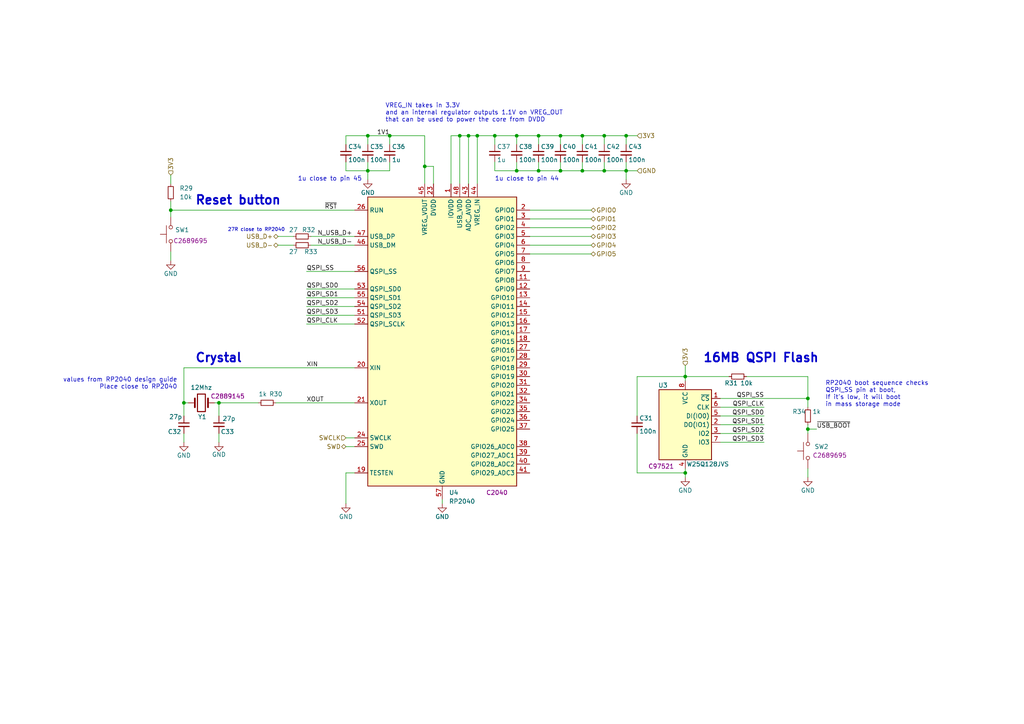
<source format=kicad_sch>
(kicad_sch (version 20230121) (generator eeschema)
  (paper "A4")
  (title_block (title "RP2040") (date "2023-09-03") (rev "0.1") (company "Jonas S."))
  (lib_symbols
    (symbol "Device:C_Small" (pin_numbers hide) (pin_names (offset 0.254) hide)
      (property "Reference" "C" (at 0.254 1.778 0))
      (property "Value" "C_Small" (at 0.254 -2.032 0))
      (symbol "C_Small_0_1"
        (polyline (pts (xy -1.524 -0.508) (xy 1.524 -0.508)) (stroke (width 0.3302)))
        (polyline (pts (xy -1.524 0.508) (xy 1.524 0.508)) (stroke (width 0.3048)))
      )
      (symbol "C_Small_1_1"
        (pin passive line (at 0 2.54 270) (length 2.032) (name "~") (number "1"))
        (pin passive line (at 0 -2.54 90) (length 2.032) (name "~") (number "2"))
      )
    )
    (symbol "Device:Crystal" (pin_numbers hide) (pin_names (offset 1.016) hide)
      (property "Reference" "Y" (at 0 3.81 0))
      (property "Value" "Crystal" (at 0 -3.81 0))
      (symbol "Crystal_0_1"
        (rectangle (start -1.143 2.54) (end 1.143 -2.54) (stroke (width 0.3048)))
        (polyline (pts (xy -2.54 0) (xy -1.905 0)))
        (polyline (pts (xy -1.905 -1.27) (xy -1.905 1.27)) (stroke (width 0.508)))
        (polyline (pts (xy 1.905 -1.27) (xy 1.905 1.27)) (stroke (width 0.508)))
        (polyline (pts (xy 2.54 0) (xy 1.905 0)))
      )
      (symbol "Crystal_1_1"
        (pin passive line (at -3.81 0 0) (length 1.27) (name "1") (number "1"))
        (pin passive line (at 3.81 0 180) (length 1.27) (name "2") (number "2"))
      )
    )
    (symbol "Device:R_Small" (pin_numbers hide) (pin_names (offset 0.254) hide)
      (property "Reference" "R" (at 0.762 0.508 0))
      (property "Value" "R_Small" (at 0.762 -1.016 0))
      (symbol "R_Small_0_1"
        (rectangle (start -0.762 1.778) (end 0.762 -1.778) (stroke (width 0.2032)))
      )
      (symbol "R_Small_1_1"
        (pin passive line (at 0 2.54 270) (length 0.762) (name "~") (number "1"))
        (pin passive line (at 0 -2.54 90) (length 0.762) (name "~") (number "2"))
      )
    )
    (symbol "MCU_RaspberryPi:RP2040"
      (property "Reference" "U" (at 17.78 45.72 0))
      (property "Value" "RP2040" (at 17.78 43.18 0))
      (symbol "RP2040_0_1"
        (rectangle (start -21.59 41.91) (end 21.59 -41.91) (stroke (width 0.254)) (fill (type background)))
      )
      (symbol "RP2040_1_1"
        (pin power_in line (at 2.54 45.72 270) (length 3.81) (name "IOVDD") (number "1"))
        (pin passive line (at 2.54 45.72 270) (length 3.81) hide (name "IOVDD") (number "10"))
        (pin bidirectional line (at 25.4 17.78 180) (length 3.81) (name "GPIO8") (number "11"))
        (pin bidirectional line (at 25.4 15.24 180) (length 3.81) (name "GPIO9") (number "12"))
        (pin bidirectional line (at 25.4 12.7 180) (length 3.81) (name "GPIO10") (number "13"))
        (pin bidirectional line (at 25.4 10.16 180) (length 3.81) (name "GPIO11") (number "14"))
        (pin bidirectional line (at 25.4 7.62 180) (length 3.81) (name "GPIO12") (number "15"))
        (pin bidirectional line (at 25.4 5.08 180) (length 3.81) (name "GPIO13") (number "16"))
        (pin bidirectional line (at 25.4 2.54 180) (length 3.81) (name "GPIO14") (number "17"))
        (pin bidirectional line (at 25.4 0 180) (length 3.81) (name "GPIO15") (number "18"))
        (pin input line (at -25.4 -38.1 0) (length 3.81) (name "TESTEN") (number "19"))
        (pin bidirectional line (at 25.4 38.1 180) (length 3.81) (name "GPIO0") (number "2"))
        (pin input line (at -25.4 -7.62 0) (length 3.81) (name "XIN") (number "20"))
        (pin passive line (at -25.4 -17.78 0) (length 3.81) (name "XOUT") (number "21"))
        (pin passive line (at 2.54 45.72 270) (length 3.81) hide (name "IOVDD") (number "22"))
        (pin power_in line (at -2.54 45.72 270) (length 3.81) (name "DVDD") (number "23"))
        (pin input line (at -25.4 -27.94 0) (length 3.81) (name "SWCLK") (number "24"))
        (pin bidirectional line (at -25.4 -30.48 0) (length 3.81) (name "SWD") (number "25"))
        (pin input line (at -25.4 38.1 0) (length 3.81) (name "RUN") (number "26"))
        (pin bidirectional line (at 25.4 -2.54 180) (length 3.81) (name "GPIO16") (number "27"))
        (pin bidirectional line (at 25.4 -5.08 180) (length 3.81) (name "GPIO17") (number "28"))
        (pin bidirectional line (at 25.4 -7.62 180) (length 3.81) (name "GPIO18") (number "29"))
        (pin bidirectional line (at 25.4 35.56 180) (length 3.81) (name "GPIO1") (number "3"))
        (pin bidirectional line (at 25.4 -10.16 180) (length 3.81) (name "GPIO19") (number "30"))
        (pin bidirectional line (at 25.4 -12.7 180) (length 3.81) (name "GPIO20") (number "31"))
        (pin bidirectional line (at 25.4 -15.24 180) (length 3.81) (name "GPIO21") (number "32"))
        (pin passive line (at 2.54 45.72 270) (length 3.81) hide (name "IOVDD") (number "33"))
        (pin bidirectional line (at 25.4 -17.78 180) (length 3.81) (name "GPIO22") (number "34"))
        (pin bidirectional line (at 25.4 -20.32 180) (length 3.81) (name "GPIO23") (number "35"))
        (pin bidirectional line (at 25.4 -22.86 180) (length 3.81) (name "GPIO24") (number "36"))
        (pin bidirectional line (at 25.4 -25.4 180) (length 3.81) (name "GPIO25") (number "37"))
        (pin bidirectional line (at 25.4 -30.48 180) (length 3.81) (name "GPIO26_ADC0") (number "38"))
        (pin bidirectional line (at 25.4 -33.02 180) (length 3.81) (name "GPIO27_ADC1") (number "39"))
        (pin bidirectional line (at 25.4 33.02 180) (length 3.81) (name "GPIO2") (number "4"))
        (pin bidirectional line (at 25.4 -35.56 180) (length 3.81) (name "GPIO28_ADC2") (number "40"))
        (pin bidirectional line (at 25.4 -38.1 180) (length 3.81) (name "GPIO29_ADC3") (number "41"))
        (pin passive line (at 2.54 45.72 270) (length 3.81) hide (name "IOVDD") (number "42"))
        (pin power_in line (at 7.62 45.72 270) (length 3.81) (name "ADC_AVDD") (number "43"))
        (pin power_in line (at 10.16 45.72 270) (length 3.81) (name "VREG_IN") (number "44"))
        (pin power_out line (at -5.08 45.72 270) (length 3.81) (name "VREG_VOUT") (number "45"))
        (pin bidirectional line (at -25.4 27.94 0) (length 3.81) (name "USB_DM") (number "46"))
        (pin bidirectional line (at -25.4 30.48 0) (length 3.81) (name "USB_DP") (number "47"))
        (pin power_in line (at 5.08 45.72 270) (length 3.81) (name "USB_VDD") (number "48"))
        (pin passive line (at 2.54 45.72 270) (length 3.81) hide (name "IOVDD") (number "49"))
        (pin bidirectional line (at 25.4 30.48 180) (length 3.81) (name "GPIO3") (number "5"))
        (pin passive line (at -2.54 45.72 270) (length 3.81) hide (name "DVDD") (number "50"))
        (pin bidirectional line (at -25.4 7.62 0) (length 3.81) (name "QSPI_SD3") (number "51"))
        (pin output line (at -25.4 5.08 0) (length 3.81) (name "QSPI_SCLK") (number "52"))
        (pin bidirectional line (at -25.4 15.24 0) (length 3.81) (name "QSPI_SD0") (number "53"))
        (pin bidirectional line (at -25.4 10.16 0) (length 3.81) (name "QSPI_SD2") (number "54"))
        (pin bidirectional line (at -25.4 12.7 0) (length 3.81) (name "QSPI_SD1") (number "55"))
        (pin bidirectional line (at -25.4 20.32 0) (length 3.81) (name "QSPI_SS") (number "56"))
        (pin power_in line (at 0 -45.72 90) (length 3.81) (name "GND") (number "57"))
        (pin bidirectional line (at 25.4 27.94 180) (length 3.81) (name "GPIO4") (number "6"))
        (pin bidirectional line (at 25.4 25.4 180) (length 3.81) (name "GPIO5") (number "7"))
        (pin bidirectional line (at 25.4 22.86 180) (length 3.81) (name "GPIO6") (number "8"))
        (pin bidirectional line (at 25.4 20.32 180) (length 3.81) (name "GPIO7") (number "9"))
      )
    )
    (symbol "Memory_Flash:W25Q128JVS"
      (property "Reference" "U" (at -8.89 8.89 0))
      (property "Value" "W25Q128JVS" (at 7.62 8.89 0))
      (symbol "W25Q128JVS_0_1"
        (rectangle (start -7.62 10.16) (end 7.62 -10.16) (stroke (width 0.254)) (fill (type background)))
      )
      (symbol "W25Q128JVS_1_1"
        (pin input line (at -10.16 7.62 0) (length 2.54) (name "~{CS}") (number "1"))
        (pin bidirectional line (at -10.16 0 0) (length 2.54) (name "DO(IO1)") (number "2"))
        (pin bidirectional line (at -10.16 -2.54 0) (length 2.54) (name "IO2") (number "3"))
        (pin power_in line (at 0 -12.7 90) (length 2.54) (name "GND") (number "4"))
        (pin bidirectional line (at -10.16 2.54 0) (length 2.54) (name "DI(IO0)") (number "5"))
        (pin input line (at -10.16 5.08 0) (length 2.54) (name "CLK") (number "6"))
        (pin bidirectional line (at -10.16 -5.08 0) (length 2.54) (name "IO3") (number "7"))
        (pin power_in line (at 0 12.7 270) (length 2.54) (name "VCC") (number "8"))
      )
    )
    (symbol "Switch:SW_Push" (pin_numbers hide) (pin_names (offset 1.016) hide)
      (property "Reference" "SW" (at 1.27 2.54 0))
      (property "Value" "SW_Push" (at 0 -1.524 0))
      (symbol "SW_Push_0_1"
        (circle (center -2.032 0) (radius 0.508))
        (polyline (pts (xy 0 1.27) (xy 0 3.048)))
        (polyline (pts (xy 2.54 1.27) (xy -2.54 1.27)))
        (circle (center 2.032 0) (radius 0.508))
        (pin passive line (at -5.08 0 0) (length 2.54) (name "1") (number "1"))
        (pin passive line (at 5.08 0 180) (length 2.54) (name "2") (number "2"))
      )
    )
    (symbol "power:GND" (power) (pin_names (offset 0))
      (property "Value" "GND" (at 0 -3.81 0))
      (symbol "GND_0_1"
        (polyline (pts (xy 0 0) (xy 0 -1.27) (xy 1.27 -1.27) (xy 0 -2.54) (xy -1.27 -1.27) (xy 0 -1.27)))
      )
      (symbol "GND_1_1"
        (pin power_in line (at 0 0 270) (length 0) hide (name "GND") (number "1"))
      )
    )
  )
  (junction (at 106.68 39.37))
  (junction (at 181.61 39.37))
  (junction (at 135.89 39.37))
  (junction (at 198.755 109.22))
  (junction (at 138.43 39.37))
  (junction (at 234.315 115.57))
  (junction (at 162.56 49.53))
  (junction (at 149.86 49.53))
  (junction (at 133.35 39.37))
  (junction (at 168.91 49.53))
  (junction (at 234.315 124.46))
  (junction (at 175.26 49.53))
  (junction (at 63.5 116.84))
  (junction (at 106.68 49.53))
  (junction (at 156.21 49.53))
  (junction (at 181.61 49.53))
  (junction (at 162.56 39.37))
  (junction (at 156.21 39.37))
  (junction (at 168.91 39.37))
  (junction (at 149.86 39.37))
  (junction (at 49.53 60.96))
  (junction (at 113.03 39.37))
  (junction (at 143.51 39.37))
  (junction (at 53.34 116.84))
  (junction (at 198.755 137.16))
  (junction (at 123.19 48.26))
  (junction (at 175.26 39.37))
  (wire (pts (xy 113.03 39.37) (xy 113.03 41.91)))
  (wire (pts (xy 135.89 53.34) (xy 135.89 39.37)))
  (wire (pts (xy 156.21 39.37) (xy 156.21 41.91)))
  (wire (pts (xy 156.21 49.53) (xy 149.86 49.53)))
  (wire (pts (xy 80.645 71.12) (xy 85.09 71.12)))
  (wire (pts (xy 53.34 106.68) (xy 53.34 116.84)))
  (wire (pts (xy 125.73 53.34) (xy 125.73 48.26)))
  (wire (pts (xy 162.56 46.99) (xy 162.56 49.53)))
  (wire (pts (xy 53.34 106.68) (xy 102.87 106.68)))
  (wire (pts (xy 100.33 137.16) (xy 100.33 146.05)))
  (wire (pts (xy 168.91 39.37) (xy 168.91 41.91)))
  (wire (pts (xy 130.81 53.34) (xy 130.81 39.37)))
  (wire (pts (xy 90.17 71.12) (xy 102.87 71.12)))
  (wire (pts (xy 100.33 46.99) (xy 100.33 49.53)))
  (wire (pts (xy 143.51 39.37) (xy 149.86 39.37)))
  (wire (pts (xy 162.56 39.37) (xy 168.91 39.37)))
  (wire (pts (xy 234.315 123.19) (xy 234.315 124.46)))
  (wire (pts (xy 208.915 115.57) (xy 234.315 115.57)))
  (wire (pts (xy 175.26 46.99) (xy 175.26 49.53)))
  (wire (pts (xy 53.34 120.65) (xy 53.34 116.84)))
  (wire (pts (xy 88.9 93.98) (xy 102.87 93.98)))
  (wire (pts (xy 234.315 135.89) (xy 234.315 138.43)))
  (wire (pts (xy 198.755 109.22) (xy 198.755 110.49)))
  (wire (pts (xy 156.21 46.99) (xy 156.21 49.53)))
  (wire (pts (xy 88.9 88.9) (xy 102.87 88.9)))
  (wire (pts (xy 234.315 124.46) (xy 236.855 124.46)))
  (wire (pts (xy 138.43 39.37) (xy 138.43 53.34)))
  (wire (pts (xy 216.535 109.22) (xy 234.315 109.22)))
  (wire (pts (xy 88.9 78.74) (xy 102.87 78.74)))
  (wire (pts (xy 53.34 128.27) (xy 53.34 125.73)))
  (wire (pts (xy 63.5 116.84) (xy 63.5 120.65)))
  (wire (pts (xy 221.615 128.27) (xy 208.915 128.27)))
  (wire (pts (xy 128.27 144.78) (xy 128.27 146.05)))
  (wire (pts (xy 49.53 50.8) (xy 49.53 53.34)))
  (wire (pts (xy 153.67 71.12) (xy 171.45 71.12)))
  (wire (pts (xy 234.315 115.57) (xy 234.315 118.11)))
  (wire (pts (xy 153.67 66.04) (xy 171.45 66.04)))
  (wire (pts (xy 156.21 39.37) (xy 162.56 39.37)))
  (wire (pts (xy 80.01 116.84) (xy 102.87 116.84)))
  (wire (pts (xy 49.53 58.42) (xy 49.53 60.96)))
  (wire (pts (xy 123.19 53.34) (xy 123.19 48.26)))
  (wire (pts (xy 113.03 39.37) (xy 123.19 39.37)))
  (wire (pts (xy 106.68 46.99) (xy 106.68 49.53)))
  (wire (pts (xy 221.615 123.19) (xy 208.915 123.19)))
  (wire (pts (xy 100.33 127) (xy 102.87 127)))
  (wire (pts (xy 135.89 39.37) (xy 138.43 39.37)))
  (wire (pts (xy 221.615 118.11) (xy 208.915 118.11)))
  (wire (pts (xy 143.51 46.99) (xy 143.51 49.53)))
  (wire (pts (xy 125.73 48.26) (xy 123.19 48.26)))
  (wire (pts (xy 62.23 116.84) (xy 63.5 116.84)))
  (wire (pts (xy 175.26 49.53) (xy 181.61 49.53)))
  (wire (pts (xy 113.03 46.99) (xy 113.03 49.53)))
  (wire (pts (xy 88.9 91.44) (xy 102.87 91.44)))
  (wire (pts (xy 198.755 137.16) (xy 198.755 138.43)))
  (wire (pts (xy 184.785 137.16) (xy 198.755 137.16)))
  (wire (pts (xy 100.33 129.54) (xy 102.87 129.54)))
  (wire (pts (xy 153.67 68.58) (xy 171.45 68.58)))
  (wire (pts (xy 198.755 109.22) (xy 184.785 109.22)))
  (wire (pts (xy 198.755 106.045) (xy 198.755 109.22)))
  (wire (pts (xy 175.26 39.37) (xy 181.61 39.37)))
  (wire (pts (xy 234.315 109.22) (xy 234.315 115.57)))
  (wire (pts (xy 130.81 39.37) (xy 133.35 39.37)))
  (wire (pts (xy 168.91 46.99) (xy 168.91 49.53)))
  (wire (pts (xy 88.9 83.82) (xy 102.87 83.82)))
  (wire (pts (xy 184.785 125.73) (xy 184.785 137.16)))
  (wire (pts (xy 175.26 39.37) (xy 175.26 41.91)))
  (wire (pts (xy 100.33 39.37) (xy 106.68 39.37)))
  (wire (pts (xy 143.51 39.37) (xy 143.51 41.91)))
  (wire (pts (xy 49.53 60.96) (xy 49.53 62.865)))
  (wire (pts (xy 198.755 109.22) (xy 211.455 109.22)))
  (wire (pts (xy 49.53 60.96) (xy 102.87 60.96)))
  (wire (pts (xy 143.51 49.53) (xy 149.86 49.53)))
  (wire (pts (xy 102.87 137.16) (xy 100.33 137.16)))
  (wire (pts (xy 53.34 116.84) (xy 54.61 116.84)))
  (wire (pts (xy 221.615 120.65) (xy 208.915 120.65)))
  (wire (pts (xy 133.35 39.37) (xy 133.35 53.34)))
  (wire (pts (xy 133.35 39.37) (xy 135.89 39.37)))
  (wire (pts (xy 106.68 39.37) (xy 106.68 41.91)))
  (wire (pts (xy 162.56 39.37) (xy 162.56 41.91)))
  (wire (pts (xy 181.61 49.53) (xy 184.785 49.53)))
  (wire (pts (xy 198.755 135.89) (xy 198.755 137.16)))
  (wire (pts (xy 49.53 73.025) (xy 49.53 75.565)))
  (wire (pts (xy 168.91 49.53) (xy 175.26 49.53)))
  (wire (pts (xy 149.86 46.99) (xy 149.86 49.53)))
  (wire (pts (xy 113.03 49.53) (xy 106.68 49.53)))
  (wire (pts (xy 153.67 63.5) (xy 171.45 63.5)))
  (wire (pts (xy 90.17 68.58) (xy 102.87 68.58)))
  (wire (pts (xy 181.61 49.53) (xy 181.61 52.07)))
  (wire (pts (xy 153.67 60.96) (xy 171.45 60.96)))
  (wire (pts (xy 80.645 68.58) (xy 85.09 68.58)))
  (wire (pts (xy 63.5 128.27) (xy 63.5 125.73)))
  (wire (pts (xy 63.5 116.84) (xy 74.93 116.84)))
  (wire (pts (xy 106.68 49.53) (xy 100.33 49.53)))
  (wire (pts (xy 106.68 49.53) (xy 106.68 52.07)))
  (wire (pts (xy 162.56 49.53) (xy 156.21 49.53)))
  (wire (pts (xy 234.315 124.46) (xy 234.315 125.73)))
  (wire (pts (xy 162.56 49.53) (xy 168.91 49.53)))
  (wire (pts (xy 181.61 39.37) (xy 181.61 41.91)))
  (wire (pts (xy 168.91 39.37) (xy 175.26 39.37)))
  (wire (pts (xy 181.61 46.99) (xy 181.61 49.53)))
  (wire (pts (xy 106.68 39.37) (xy 113.03 39.37)))
  (wire (pts (xy 184.785 109.22) (xy 184.785 120.65)))
  (wire (pts (xy 149.86 39.37) (xy 149.86 41.91)))
  (wire (pts (xy 100.33 39.37) (xy 100.33 41.91)))
  (wire (pts (xy 123.19 48.26) (xy 123.19 39.37)))
  (wire (pts (xy 156.21 39.37) (xy 149.86 39.37)))
  (wire (pts (xy 181.61 39.37) (xy 184.785 39.37)))
  (wire (pts (xy 88.9 86.36) (xy 102.87 86.36)))
  (wire (pts (xy 138.43 39.37) (xy 143.51 39.37)))
  (wire (pts (xy 221.615 125.73) (xy 208.915 125.73)))
  (wire (pts (xy 153.67 73.66) (xy 171.45 73.66)))
  (text "16MB QSPI Flash" (at 203.835 105.41 0) (effects (font (size 2.54 2.54) (thickness 0.508) bold) (justify left bottom)))
  (text "1u close to pin 44" (at 143.51 52.705 0) (effects (font (size 1.27 1.27)) (justify left bottom)))
  (text "values from RP2040 design guide\nPlace close to RP2040" (at 51.435 113.03 0) (effects (font (size 1.27 1.27)) (justify right bottom)))
  (text "1u close to pin 45" (at 86.36 52.705 0) (effects (font (size 1.27 1.27)) (justify left bottom)))
  (text "RP2040 boot sequence checks\nQSPI_SS pin at boot,\nIf it's low, it will boot\nin mass storage mode" (at 239.395 118.11 0) (effects (font (size 1.27 1.27)) (justify left bottom)))
  (text "VREG_IN takes in 3.3V\nand an internal regulator outputs 1.1V on VREG_OUT\nthat can be used to power the core from DVDD" (at 111.76 35.56 0) (effects (font (size 1.27 1.27)) (justify left bottom)))
  (text "Crystal" (at 56.515 105.41 0) (effects (font (size 2.54 2.54) (thickness 0.508) bold) (justify left bottom)))
  (text "Reset button" (at 56.515 59.69 0) (effects (font (size 2.54 2.54) (thickness 0.508) bold) (justify left bottom)))
  (text "27R close to RP2040" (at 66.04 67.31 0) (effects (font (size 1 1)) (justify left bottom)))
  (label "QSPI_SS" (at 88.9 78.74 0))
  (label "QSPI_SD1" (at 221.615 123.19 180))
  (label "QSPI_SD1" (at 88.9 86.36 0))
  (label "~{USB_BOOT}" (at 236.855 124.46 0))
  (label "XIN" (at 88.9 106.68 0))
  (label "QSPI_SD2" (at 221.615 125.73 180))
  (label "1V1" (at 113.03 39.37 180))
  (label "N_USB_D+" (at 92.075 68.58 0))
  (label "QSPI_SD0" (at 88.9 83.82 0))
  (label "QSPI_SD3" (at 221.615 128.27 180))
  (label "N_USB_D-" (at 92.075 71.12 0))
  (label "QSPI_CLK" (at 88.9 93.98 0))
  (label "QSPI_SS" (at 221.615 115.57 180))
  (label "QSPI_SD0" (at 221.615 120.65 180))
  (label "QSPI_CLK" (at 221.615 118.11 180))
  (label "~{RST}" (at 97.79 60.96 180))
  (label "XOUT" (at 88.9 116.84 0))
  (label "QSPI_SD2" (at 88.9 88.9 0))
  (label "QSPI_SD3" (at 88.9 91.44 0))
  (hierarchical_label "SWCLK" (shape input) (at 100.33 127 180))
  (hierarchical_label "GPIO1" (shape bidirectional) (at 171.45 63.5 0))
  (hierarchical_label "3V3" (shape input) (at 184.785 39.37 0))
  (hierarchical_label "GPIO2" (shape bidirectional) (at 171.45 66.04 0))
  (hierarchical_label "GPIO5" (shape bidirectional) (at 171.45 73.66 0))
  (hierarchical_label "USB_D-" (shape bidirectional) (at 80.645 71.12 180))
  (hierarchical_label "3V3" (shape input) (at 49.53 50.8 90))
  (hierarchical_label "USB_D+" (shape bidirectional) (at 80.645 68.58 180))
  (hierarchical_label "GPIO3" (shape bidirectional) (at 171.45 68.58 0))
  (hierarchical_label "GPIO0" (shape bidirectional) (at 171.45 60.96 0))
  (hierarchical_label "GPIO4" (shape bidirectional) (at 171.45 71.12 0))
  (hierarchical_label "3V3" (shape input) (at 198.755 106.045 90))
  (hierarchical_label "GND" (shape input) (at 184.785 49.53 0))
  (hierarchical_label "SWD" (shape bidirectional) (at 100.33 129.54 180))
  (symbol (lib_id "Device:R_Small") (at 49.53 55.88 0) (unit 1)
    (property "Reference" "R29" (at 52.07 54.61 0) (effects (justify left)))
    (property "Value" "10k" (at 52.07 57.15 0) (effects (justify left)))
    (property "Footprint" "Resistor_SMD:R_0603_1608Metric_Pad0.98x0.95mm_HandSolder" (effects hide))
    (instances (project "rp2040_board" (path "" (reference "R29") (unit 1))) (project "volumer" (path "" (reference "R1") (unit 1))))
  )
  (symbol (lib_id "Switch:SW_Push") (at 234.315 130.81 90) (unit 1)
    (property "Reference" "SW2" (at 236.22 129.54 90) (effects (justify right)))
    (property "Value" "TS-3025-B-C-B " (effects hide))
    (property "Footprint" "push_button:lcsc_TS-3025-A-A-B_push_button" (effects hide))
    (property "LCSC" "C2689695" (at 240.665 132.08 90))
  )
  (symbol (lib_id "Device:C_Small") (at 143.51 44.45 0) (unit 1)
    (property "Reference" "C37" (at 144.145 42.545 0) (effects (justify left)))
    (property "Value" "1u" (at 144.145 46.355 0) (effects (justify left)))
    (property "Footprint" "Capacitor_SMD:C_0402_1005Metric_Pad0.74x0.62mm_HandSolder" (effects hide))
    (instances (project "rp2040_board" (path "" (reference "C37") (unit 1))) (project "volumer" (path "" (reference "C7") (unit 1))))
  )
  (symbol (lib_id "power:GND") (at 53.34 128.27 0) (unit 1)
    (property "Reference" "#PWR031" (effects hide))
    (property "Value" "GND" (at 53.34 132.08 0))
    (instances (project "rp2040_board" (path "" (reference "#PWR031") (unit 1))) (project "volumer" (path "" (reference "#PWR02") (unit 1))))
  )
  (symbol (lib_id "Device:R_Small") (at 77.47 116.84 270) (unit 1)
    (property "Reference" "R30" (at 80.01 114.3 90))
    (property "Value" "1k" (at 76.2 114.3 90))
    (property "Footprint" "Resistor_SMD:R_0603_1608Metric_Pad0.98x0.95mm_HandSolder" (effects hide))
    (instances (project "rp2040_board" (path "" (reference "R30") (unit 1))) (project "volumer" (path "" (reference "R2") (unit 1))))
  )
  (symbol (lib_id "power:GND") (at 128.27 146.05 0) (unit 1)
    (property "Reference" "#PWR036" (effects hide))
    (property "Value" "GND" (at 128.27 149.86 0))
    (instances (project "rp2040_board" (path "" (reference "#PWR036") (unit 1))) (project "volumer" (path "" (reference "#PWR08") (unit 1))))
  )
  (symbol (lib_id "Device:C_Small") (at 113.03 44.45 0) (unit 1)
    (property "Reference" "C36" (at 113.665 42.545 0) (effects (justify left)))
    (property "Value" "1u" (at 113.665 46.355 0) (effects (justify left)))
    (property "Footprint" "Capacitor_SMD:C_0402_1005Metric_Pad0.74x0.62mm_HandSolder" (effects hide))
    (instances (project "rp2040_board" (path "" (reference "C36") (unit 1))) (project "volumer" (path "" (reference "C6") (unit 1))))
  )
  (symbol (lib_id "power:GND") (at 198.755 138.43 0) (unit 1)
    (property "Reference" "#PWR033" (effects hide))
    (property "Value" "GND" (at 198.755 142.24 0))
    (instances (project "rp2040_board" (path "" (reference "#PWR033") (unit 1))) (project "volumer" (path "" (reference "#PWR04") (unit 1))))
  )
  (symbol (lib_id "Device:R_Small") (at 234.315 120.65 180) (unit 1)
    (property "Reference" "R34" (at 231.775 119.38 0))
    (property "Value" "1k" (at 236.855 119.38 0))
    (property "Footprint" "Resistor_SMD:R_0603_1608Metric_Pad0.98x0.95mm_HandSolder" (effects hide))
    (instances (project "rp2040_board" (path "" (reference "R34") (unit 1))) (project "volumer" (path "" (reference "R6") (unit 1))))
  )
  (symbol (lib_id "Device:C_Small") (at 162.56 44.45 0) (unit 1)
    (property "Reference" "C40" (at 163.195 42.545 0) (effects (justify left)))
    (property "Value" "100n" (at 163.195 46.355 0) (effects (justify left)))
    (property "Footprint" "Capacitor_SMD:C_0402_1005Metric_Pad0.74x0.62mm_HandSolder" (effects hide))
    (instances (project "rp2040_board" (path "" (reference "C40") (unit 1))) (project "volumer" (path "" (reference "C10") (unit 1))))
  )
  (symbol (lib_id "Device:C_Small") (at 181.61 44.45 0) (unit 1)
    (property "Reference" "C43" (at 182.245 42.545 0) (effects (justify left)))
    (property "Value" "100n" (at 182.245 46.355 0) (effects (justify left)))
    (property "Footprint" "Capacitor_SMD:C_0402_1005Metric_Pad0.74x0.62mm_HandSolder" (effects hide))
    (instances (project "rp2040_board" (path "" (reference "C43") (unit 1))) (project "volumer" (path "" (reference "C13") (unit 1))))
  )
  (symbol (lib_id "Device:R_Small") (at 213.995 109.22 90) (unit 1)
    (property "Reference" "R31" (at 212.09 111.125 90))
    (property "Value" "10k" (at 216.535 111.125 90))
    (property "Footprint" "Resistor_SMD:R_0603_1608Metric_Pad0.98x0.95mm_HandSolder" (effects hide))
    (instances (project "rp2040_board" (path "" (reference "R31") (unit 1))) (project "volumer" (path "" (reference "R3") (unit 1))))
  )
  (symbol (lib_id "Device:R_Small") (at 87.63 71.12 270) (unit 1)
    (property "Reference" "R33" (at 90.17 73.025 90))
    (property "Value" "27" (at 85.09 73.025 90))
    (property "Footprint" "Resistor_SMD:R_0603_1608Metric_Pad0.98x0.95mm_HandSolder" (effects hide))
    (instances (project "rp2040_board" (path "" (reference "R33") (unit 1))) (project "volumer" (path "" (reference "R5") (unit 1))))
  )
  (symbol (lib_id "power:GND") (at 234.315 138.43 0) (unit 1)
    (property "Reference" "#PWR035" (effects hide))
    (property "Value" "GND" (at 234.315 142.24 0))
    (instances (project "rp2040_board" (path "" (reference "#PWR035") (unit 1))) (project "volumer" (path "" (reference "#PWR06") (unit 1))))
  )
  (symbol (lib_id "power:GND") (at 49.53 75.565 0) (unit 1)
    (property "Reference" "#PWR030" (effects hide))
    (property "Value" "GND" (at 49.53 79.375 0))
    (instances (project "rp2040_board" (path "" (reference "#PWR030") (unit 1))) (project "volumer" (path "" (reference "#PWR01") (unit 1))))
  )
  (symbol (lib_id "power:GND") (at 63.5 128.27 0) (unit 1)
    (property "Reference" "#PWR032" (effects hide))
    (property "Value" "GND" (at 63.5 131.826 0))
    (instances (project "rp2040_board" (path "" (reference "#PWR032") (unit 1))) (project "volumer" (path "" (reference "#PWR03") (unit 1))))
  )
  (symbol (lib_id "Device:C_Small") (at 175.26 44.45 0) (unit 1)
    (property "Reference" "C42" (at 175.895 42.545 0) (effects (justify left)))
    (property "Value" "100n" (at 175.895 46.355 0) (effects (justify left)))
    (property "Footprint" "Capacitor_SMD:C_0402_1005Metric_Pad0.74x0.62mm_HandSolder" (effects hide))
    (instances (project "rp2040_board" (path "" (reference "C42") (unit 1))) (project "volumer" (path "" (reference "C12") (unit 1))))
  )
  (symbol (lib_id "Memory_Flash:W25Q128JVS") (at 198.755 123.19 0) (mirror y) (unit 1)
    (property "Reference" "U3" (at 193.675 111.76 0) (effects (justify left)))
    (property "Value" "W25Q128JVS" (at 211.455 134.62 0) (effects (justify left)))
    (property "Footprint" "Package_SO:SOIC-8_5.23x5.23mm_P1.27mm" (effects hide))
    (property "Datasheet" "http://www.winbond.com/resource-files/w25q128jv_dtr%20revc%2003272018%20plus.pdf" (effects hide))
    (property "LCSC" "C97521" (at 191.77 135.255 0))
    (instances (project "rp2040_board" (path "" (reference "U3") (unit 1))) (project "volumer" (path "" (reference "U1") (unit 1))))
  )
  (symbol (lib_id "Device:C_Small") (at 100.33 44.45 0) (unit 1)
    (property "Reference" "C34" (at 100.965 42.545 0) (effects (justify left)))
    (property "Value" "100n" (at 100.965 46.355 0) (effects (justify left)))
    (property "Footprint" "Capacitor_SMD:C_0402_1005Metric_Pad0.74x0.62mm_HandSolder" (effects hide))
    (instances (project "rp2040_board" (path "" (reference "C34") (unit 1))) (project "volumer" (path "" (reference "C4") (unit 1))))
  )
  (symbol (lib_id "Device:C_Small") (at 168.91 44.45 0) (unit 1)
    (property "Reference" "C41" (at 169.545 42.545 0) (effects (justify left)))
    (property "Value" "100n" (at 169.545 46.355 0) (effects (justify left)))
    (property "Footprint" "Capacitor_SMD:C_0402_1005Metric_Pad0.74x0.62mm_HandSolder" (effects hide))
    (instances (project "rp2040_board" (path "" (reference "C41") (unit 1))) (project "volumer" (path "" (reference "C11") (unit 1))))
  )
  (symbol (lib_id "Device:R_Small") (at 87.63 68.58 270) (unit 1)
    (property "Reference" "R32" (at 89.535 66.675 90))
    (property "Value" "27" (at 85.09 66.675 90))
    (property "Footprint" "Resistor_SMD:R_0603_1608Metric_Pad0.98x0.95mm_HandSolder" (effects hide))
    (instances (project "rp2040_board" (path "" (reference "R32") (unit 1))) (project "volumer" (path "" (reference "R4") (unit 1))))
  )
  (symbol (lib_id "Switch:SW_Push") (at 49.53 67.945 90) (unit 1)
    (property "Reference" "SW1" (at 50.8 66.675 90) (effects (justify right)))
    (property "Value" "TS-3025-B-C-B " (effects hide))
    (property "Footprint" "push_button:lcsc_TS-3025-A-A-B_push_button" (effects hide))
    (property "LCSC" "C2689695" (at 55.245 69.85 90))
  )
  (symbol (lib_id "Device:C_Small") (at 156.21 44.45 0) (unit 1)
    (property "Reference" "C39" (at 156.845 42.545 0) (effects (justify left)))
    (property "Value" "100n" (at 156.845 46.355 0) (effects (justify left)))
    (property "Footprint" "Capacitor_SMD:C_0402_1005Metric_Pad0.74x0.62mm_HandSolder" (effects hide))
    (instances (project "rp2040_board" (path "" (reference "C39") (unit 1))) (project "volumer" (path "" (reference "C9") (unit 1))))
  )
  (symbol (lib_id "MCU_RaspberryPi:RP2040") (at 128.27 99.06 0) (unit 1)
    (property "Reference" "U4" (at 130.2259 142.875 0) (effects (justify left)))
    (property "Value" "RP2040" (at 130.2259 145.415 0) (effects (justify left)))
    (property "Footprint" "Package_DFN_QFN:QFN-56-1EP_7x7mm_P0.4mm_EP3.2x3.2mm" (effects hide))
    (property "Datasheet" "https://datasheets.raspberrypi.com/rp2040/rp2040-datasheet.pdf" (effects hide))
    (property "LCSC" "C2040" (at 144.145 142.875 0))
    (instances (project "rp2040_board" (path "" (reference "U4") (unit 1))) (project "volumer" (path "" (reference "U2") (unit 1))))
  )
  (symbol (lib_id "Device:C_Small") (at 63.5 123.19 0) (unit 1)
    (property "Reference" "C33" (at 64.008 125.222 0) (effects (justify left)))
    (property "Value" "27p" (at 64.516 121.412 0) (effects (justify left)))
    (property "Footprint" "Capacitor_SMD:C_0402_1005Metric_Pad0.74x0.62mm_HandSolder" (effects hide))
    (instances (project "rp2040_board" (path "" (reference "C33") (unit 1))) (project "volumer" (path "" (reference "C3") (unit 1))))
  )
  (symbol (lib_id "power:GND") (at 106.68 52.07 0) (unit 1)
    (property "Reference" "#PWR055" (effects hide))
    (property "Value" "GND" (at 106.68 55.88 0))
    (instances (project "rp2040_board" (path "" (reference "#PWR055") (unit 1))) (project "volumer" (path "" (reference "#PWR07") (unit 1))))
  )
  (symbol (lib_id "Device:C_Small") (at 53.34 123.19 0) (mirror y) (unit 1)
    (property "Reference" "C32" (at 52.578 125.222 0) (effects (justify left)))
    (property "Value" "27p" (at 52.832 120.904 0) (effects (justify left)))
    (property "Footprint" "Capacitor_SMD:C_0402_1005Metric_Pad0.74x0.62mm_HandSolder" (effects hide))
    (instances (project "rp2040_board" (path "" (reference "C32") (unit 1))) (project "volumer" (path "" (reference "C2") (unit 1))))
  )
  (symbol (lib_id "Device:Crystal") (at 58.42 116.84 180) (unit 1)
    (property "Reference" "Y1" (at 57.404 120.904 0) (effects (justify right)))
    (property "Value" "12Mhz" (at 55.245 112.395 0) (effects (justify right)))
    (property "Footprint" "Crystal:Crystal_SMD_HC49-SD" (effects hide))
    (property "Datasheet" "https://www.mouser.ch/datasheet/2/3/abls-1664338.pdf" (effects hide))
    (property "LCSC" "C2889145" (at 66.04 114.935 0))
  )
  (symbol (lib_id "Device:C_Small") (at 149.86 44.45 0) (unit 1)
    (property "Reference" "C38" (at 150.495 42.545 0) (effects (justify left)))
    (property "Value" "100n" (at 150.495 46.355 0) (effects (justify left)))
    (property "Footprint" "Capacitor_SMD:C_0402_1005Metric_Pad0.74x0.62mm_HandSolder" (effects hide))
    (instances (project "rp2040_board" (path "" (reference "C38") (unit 1))) (project "volumer" (path "" (reference "C8") (unit 1))))
  )
  (symbol (lib_id "power:GND") (at 100.33 146.05 0) (unit 1)
    (property "Reference" "#PWR034" (effects hide))
    (property "Value" "GND" (at 100.33 149.86 0))
    (instances (project "rp2040_board" (path "" (reference "#PWR034") (unit 1))) (project "volumer" (path "" (reference "#PWR05") (unit 1))))
  )
  (symbol (lib_id "Device:C_Small") (at 106.68 44.45 0) (unit 1)
    (property "Reference" "C35" (at 107.315 42.545 0) (effects (justify left)))
    (property "Value" "100n" (at 107.315 46.355 0) (effects (justify left)))
    (property "Footprint" "Capacitor_SMD:C_0402_1005Metric_Pad0.74x0.62mm_HandSolder" (effects hide))
    (instances (project "rp2040_board" (path "" (reference "C35") (unit 1))) (project "volumer" (path "" (reference "C5") (unit 1))))
  )
  (symbol (lib_id "Device:C_Small") (at 184.785 123.19 0) (unit 1)
    (property "Reference" "C31" (at 185.42 121.285 0) (effects (justify left)))
    (property "Value" "100n" (at 185.42 125.095 0) (effects (justify left)))
    (property "Footprint" "Capacitor_SMD:C_0402_1005Metric_Pad0.74x0.62mm_HandSolder" (effects hide))
    (instances (project "rp2040_board" (path "" (reference "C31") (unit 1))) (project "volumer" (path "" (reference "C1") (unit 1))))
  )
  (symbol (lib_id "power:GND") (at 181.61 52.07 0) (unit 1)
    (property "Reference" "#PWR037" (effects hide))
    (property "Value" "GND" (at 181.61 55.88 0))
    (instances (project "rp2040_board" (path "" (reference "#PWR037") (unit 1))) (project "volumer" (path "" (reference "#PWR09") (unit 1))))
  )
)
</source>
